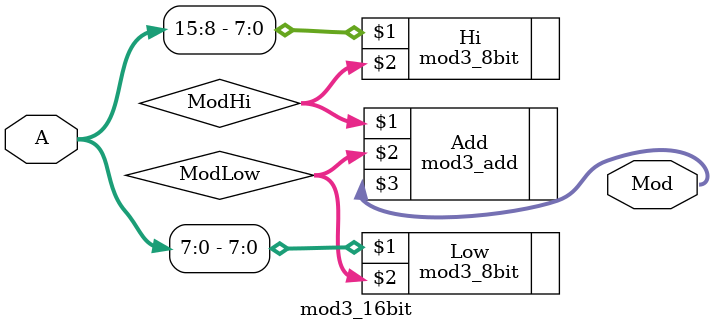
<source format=v>
module mod3_16bit(A, Mod);
  input [15:0] A;
  output [2:0] Mod;

  wire [2:0] ModHi;
  wire [2:0] ModLow;

  mod3_8bit Hi(A[15:8], ModHi);
  mod3_8bit Low(A[7:0], ModLow);

  // No need to do shift as (2**8) % 3 == 1
  mod3_add Add(ModHi, ModLow, Mod);
endmodule

</source>
